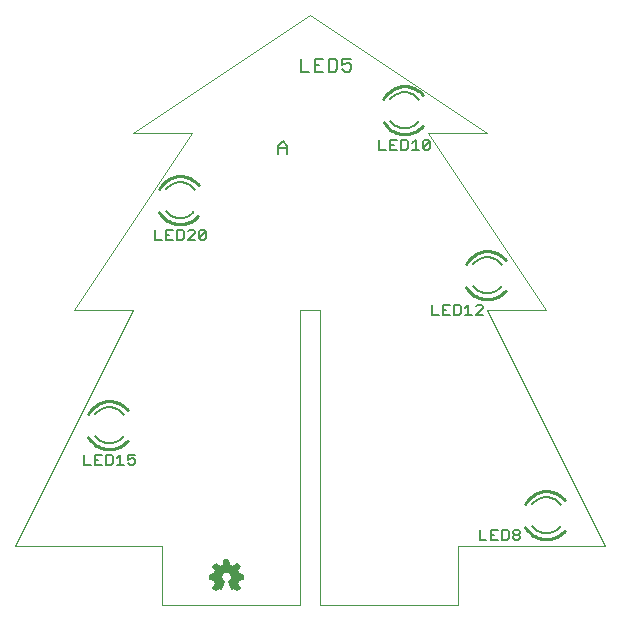
<source format=gto>
G75*
G70*
%OFA0B0*%
%FSLAX24Y24*%
%IPPOS*%
%LPD*%
%AMOC8*
5,1,8,0,0,1.08239X$1,22.5*
%
%ADD10C,0.0000*%
%ADD11C,0.0060*%
%ADD12C,0.0100*%
%ADD13C,0.0080*%
D10*
X000111Y002079D02*
X004048Y009953D01*
X002079Y009953D01*
X006016Y015859D01*
X004048Y015859D01*
X009953Y019796D01*
X015859Y015859D01*
X013890Y015859D01*
X017827Y009953D01*
X015859Y009953D01*
X019796Y002079D01*
X014890Y002079D01*
X014890Y000111D01*
X010288Y000111D01*
X010288Y009953D01*
X009619Y009953D01*
X009619Y000111D01*
X005016Y000111D01*
X005016Y002079D01*
X000111Y002079D01*
D11*
X002415Y004791D02*
X002642Y004791D01*
X002784Y004791D02*
X003011Y004791D01*
X003152Y004791D02*
X003322Y004791D01*
X003379Y004848D01*
X003379Y005074D01*
X003322Y005131D01*
X003152Y005131D01*
X003152Y004791D01*
X002897Y004961D02*
X002784Y004961D01*
X002784Y005131D02*
X002784Y004791D01*
X002784Y005131D02*
X003011Y005131D01*
X003520Y005018D02*
X003634Y005131D01*
X003634Y004791D01*
X003747Y004791D02*
X003520Y004791D01*
X003889Y004848D02*
X003945Y004791D01*
X004059Y004791D01*
X004116Y004848D01*
X004116Y004961D01*
X004059Y005018D01*
X004002Y005018D01*
X003889Y004961D01*
X003889Y005131D01*
X004116Y005131D01*
X003260Y005511D02*
X003215Y005513D01*
X003169Y005518D01*
X003125Y005526D01*
X003081Y005538D01*
X003038Y005554D01*
X002996Y005572D01*
X002956Y005594D01*
X002918Y005618D01*
X002882Y005645D01*
X002847Y005675D01*
X002816Y005708D01*
X002786Y005743D01*
X003260Y005511D02*
X003305Y005513D01*
X003351Y005518D01*
X003395Y005526D01*
X003439Y005538D01*
X003482Y005554D01*
X003524Y005572D01*
X003564Y005594D01*
X003602Y005618D01*
X003638Y005645D01*
X003673Y005675D01*
X003704Y005708D01*
X003734Y005743D01*
X003260Y006711D02*
X003214Y006709D01*
X003168Y006704D01*
X003122Y006695D01*
X003077Y006683D01*
X003034Y006667D01*
X002992Y006648D01*
X002951Y006625D01*
X002912Y006600D01*
X002876Y006572D01*
X002841Y006541D01*
X002809Y006507D01*
X002780Y006471D01*
X003260Y006711D02*
X003307Y006709D01*
X003355Y006703D01*
X003401Y006694D01*
X003447Y006681D01*
X003491Y006665D01*
X003535Y006645D01*
X003576Y006621D01*
X003615Y006595D01*
X003652Y006565D01*
X003687Y006532D01*
X003719Y006497D01*
X003748Y006460D01*
X002415Y005131D02*
X002415Y004791D01*
X006731Y001401D02*
X006821Y001491D01*
X006951Y001401D01*
X007071Y001451D01*
X007101Y001611D01*
X007231Y001611D01*
X007261Y001451D01*
X007381Y001401D01*
X007521Y001491D01*
X007611Y001401D01*
X007521Y001271D01*
X007571Y001151D01*
X007721Y001121D01*
X007721Y000991D01*
X007581Y000961D01*
X007521Y000831D01*
X007611Y000701D01*
X007521Y000611D01*
X007401Y000691D01*
X007341Y000661D01*
X007251Y000891D01*
X007311Y000861D02*
X007411Y001061D01*
X007311Y001211D01*
X007161Y001261D01*
X007011Y001211D01*
X006961Y001061D01*
X007011Y000911D01*
X007061Y000861D01*
X006961Y000711D01*
X006811Y000661D01*
X006761Y000711D01*
X006861Y000861D01*
X006761Y001011D01*
X006661Y001011D01*
X006661Y001111D01*
X006811Y001111D01*
X006861Y001261D01*
X006761Y001411D01*
X006811Y001461D01*
X006961Y001361D01*
X007111Y001461D01*
X007111Y001561D01*
X007211Y001561D01*
X007261Y001411D01*
X007411Y001361D01*
X007511Y001461D01*
X007561Y001411D01*
X007511Y001261D01*
X007561Y001111D01*
X007711Y001111D01*
X007661Y001011D01*
X007511Y000961D01*
X007511Y000811D01*
X007561Y000711D01*
X007511Y000661D01*
X007411Y000711D01*
X007361Y000711D01*
X007311Y000861D01*
X007316Y000872D02*
X007511Y000872D01*
X007511Y000930D02*
X007346Y000930D01*
X007375Y000989D02*
X007595Y000989D01*
X007679Y001048D02*
X007404Y001048D01*
X007381Y001106D02*
X007709Y001106D01*
X007543Y001165D02*
X007342Y001165D01*
X007274Y001223D02*
X007523Y001223D01*
X007518Y001282D02*
X006847Y001282D01*
X006821Y001271D02*
X006731Y001401D01*
X006769Y001399D02*
X006904Y001399D01*
X006816Y001457D02*
X006807Y001457D01*
X006808Y001340D02*
X007537Y001340D01*
X007557Y001399D02*
X007449Y001399D01*
X007507Y001457D02*
X007514Y001457D01*
X007297Y001399D02*
X007018Y001399D01*
X007106Y001457D02*
X007245Y001457D01*
X007226Y001516D02*
X007111Y001516D01*
X007048Y001223D02*
X006848Y001223D01*
X006821Y001271D02*
X006761Y001141D01*
X006611Y001121D01*
X006611Y000991D01*
X006761Y000961D01*
X006811Y000831D01*
X006731Y000701D01*
X006821Y000611D01*
X006941Y000691D01*
X006991Y000661D01*
X007091Y000891D01*
X007050Y000872D02*
X006854Y000872D01*
X006829Y000813D02*
X007029Y000813D01*
X006990Y000755D02*
X006790Y000755D01*
X006775Y000696D02*
X006917Y000696D01*
X007004Y000930D02*
X006814Y000930D01*
X006775Y000989D02*
X006985Y000989D01*
X006965Y001048D02*
X006661Y001048D01*
X006661Y001106D02*
X006976Y001106D01*
X006995Y001165D02*
X006829Y001165D01*
X007091Y000891D02*
X007069Y000904D01*
X007049Y000920D01*
X007031Y000939D01*
X007016Y000961D01*
X007005Y000984D01*
X006997Y001009D01*
X006993Y001034D01*
X006992Y001060D01*
X006995Y001086D01*
X007002Y001111D01*
X007013Y001134D01*
X007026Y001156D01*
X007043Y001176D01*
X007062Y001193D01*
X007084Y001208D01*
X007108Y001218D01*
X007132Y001226D01*
X007158Y001230D01*
X007184Y001230D01*
X007210Y001226D01*
X007234Y001218D01*
X007258Y001208D01*
X007280Y001193D01*
X007299Y001176D01*
X007316Y001156D01*
X007329Y001134D01*
X007340Y001111D01*
X007347Y001086D01*
X007350Y001060D01*
X007349Y001034D01*
X007345Y001009D01*
X007337Y000984D01*
X007326Y000961D01*
X007311Y000939D01*
X007293Y000920D01*
X007273Y000904D01*
X007251Y000891D01*
X007327Y000813D02*
X007511Y000813D01*
X007539Y000755D02*
X007346Y000755D01*
X007440Y000696D02*
X007546Y000696D01*
X015607Y002291D02*
X015834Y002291D01*
X015976Y002291D02*
X016203Y002291D01*
X016344Y002291D02*
X016514Y002291D01*
X016571Y002348D01*
X016571Y002574D01*
X016514Y002631D01*
X016344Y002631D01*
X016344Y002291D01*
X016712Y002348D02*
X016712Y002404D01*
X016769Y002461D01*
X016882Y002461D01*
X016939Y002404D01*
X016939Y002348D01*
X016882Y002291D01*
X016769Y002291D01*
X016712Y002348D01*
X016769Y002461D02*
X016712Y002518D01*
X016712Y002574D01*
X016769Y002631D01*
X016882Y002631D01*
X016939Y002574D01*
X016939Y002518D01*
X016882Y002461D01*
X016203Y002631D02*
X015976Y002631D01*
X015976Y002291D01*
X015976Y002461D02*
X016089Y002461D01*
X015607Y002631D02*
X015607Y002291D01*
X017353Y002743D02*
X017383Y002708D01*
X017414Y002675D01*
X017449Y002645D01*
X017485Y002618D01*
X017523Y002594D01*
X017563Y002572D01*
X017605Y002554D01*
X017648Y002538D01*
X017692Y002526D01*
X017736Y002518D01*
X017782Y002513D01*
X017827Y002511D01*
X017872Y002513D01*
X017918Y002518D01*
X017962Y002526D01*
X018006Y002538D01*
X018049Y002554D01*
X018091Y002572D01*
X018131Y002594D01*
X018169Y002618D01*
X018205Y002645D01*
X018240Y002675D01*
X018271Y002708D01*
X018301Y002743D01*
X017827Y003711D02*
X017781Y003709D01*
X017735Y003704D01*
X017689Y003695D01*
X017644Y003683D01*
X017601Y003667D01*
X017559Y003648D01*
X017518Y003625D01*
X017479Y003600D01*
X017443Y003572D01*
X017408Y003541D01*
X017376Y003507D01*
X017347Y003471D01*
X017827Y003711D02*
X017874Y003709D01*
X017922Y003703D01*
X017968Y003694D01*
X018014Y003681D01*
X018058Y003665D01*
X018102Y003645D01*
X018143Y003621D01*
X018182Y003595D01*
X018219Y003565D01*
X018254Y003532D01*
X018286Y003497D01*
X018315Y003460D01*
X015714Y009791D02*
X015487Y009791D01*
X015714Y010018D01*
X015714Y010074D01*
X015657Y010131D01*
X015544Y010131D01*
X015487Y010074D01*
X015232Y010131D02*
X015232Y009791D01*
X015119Y009791D02*
X015346Y009791D01*
X015119Y010018D02*
X015232Y010131D01*
X014977Y010074D02*
X014921Y010131D01*
X014751Y010131D01*
X014751Y009791D01*
X014921Y009791D01*
X014977Y009848D01*
X014977Y010074D01*
X014609Y010131D02*
X014382Y010131D01*
X014382Y009791D01*
X014609Y009791D01*
X014496Y009961D02*
X014382Y009961D01*
X014241Y009791D02*
X014014Y009791D01*
X014014Y010131D01*
X015385Y010743D02*
X015415Y010708D01*
X015446Y010675D01*
X015481Y010645D01*
X015517Y010618D01*
X015555Y010594D01*
X015595Y010572D01*
X015637Y010554D01*
X015680Y010538D01*
X015724Y010526D01*
X015768Y010518D01*
X015814Y010513D01*
X015859Y010511D01*
X015904Y010513D01*
X015950Y010518D01*
X015994Y010526D01*
X016038Y010538D01*
X016081Y010554D01*
X016123Y010572D01*
X016163Y010594D01*
X016201Y010618D01*
X016237Y010645D01*
X016272Y010675D01*
X016303Y010708D01*
X016333Y010743D01*
X015859Y011711D02*
X015813Y011709D01*
X015767Y011704D01*
X015721Y011695D01*
X015676Y011683D01*
X015633Y011667D01*
X015591Y011648D01*
X015550Y011625D01*
X015511Y011600D01*
X015475Y011572D01*
X015440Y011541D01*
X015408Y011507D01*
X015379Y011471D01*
X015859Y011711D02*
X015906Y011709D01*
X015954Y011703D01*
X016000Y011694D01*
X016046Y011681D01*
X016090Y011665D01*
X016134Y011645D01*
X016175Y011621D01*
X016214Y011595D01*
X016251Y011565D01*
X016286Y011532D01*
X016318Y011497D01*
X016347Y011460D01*
X013901Y015291D02*
X013788Y015291D01*
X013731Y015348D01*
X013958Y015574D01*
X013958Y015348D01*
X013901Y015291D01*
X013731Y015348D02*
X013731Y015574D01*
X013788Y015631D01*
X013901Y015631D01*
X013958Y015574D01*
X013590Y015291D02*
X013363Y015291D01*
X013476Y015291D02*
X013476Y015631D01*
X013363Y015518D01*
X013221Y015574D02*
X013221Y015348D01*
X013165Y015291D01*
X012995Y015291D01*
X012995Y015631D01*
X013165Y015631D01*
X013221Y015574D01*
X012853Y015631D02*
X012626Y015631D01*
X012626Y015291D01*
X012853Y015291D01*
X012740Y015461D02*
X012626Y015461D01*
X012485Y015291D02*
X012258Y015291D01*
X012258Y015631D01*
X012629Y016243D02*
X012659Y016208D01*
X012690Y016175D01*
X012725Y016145D01*
X012761Y016118D01*
X012799Y016094D01*
X012839Y016072D01*
X012881Y016054D01*
X012924Y016038D01*
X012968Y016026D01*
X013012Y016018D01*
X013058Y016013D01*
X013103Y016011D01*
X013148Y016013D01*
X013194Y016018D01*
X013238Y016026D01*
X013282Y016038D01*
X013325Y016054D01*
X013367Y016072D01*
X013407Y016094D01*
X013445Y016118D01*
X013481Y016145D01*
X013516Y016175D01*
X013547Y016208D01*
X013577Y016243D01*
X013103Y017211D02*
X013057Y017209D01*
X013011Y017204D01*
X012965Y017195D01*
X012920Y017183D01*
X012877Y017167D01*
X012835Y017148D01*
X012794Y017125D01*
X012755Y017100D01*
X012719Y017072D01*
X012684Y017041D01*
X012652Y017007D01*
X012623Y016971D01*
X013103Y017211D02*
X013150Y017209D01*
X013198Y017203D01*
X013244Y017194D01*
X013290Y017181D01*
X013334Y017165D01*
X013378Y017145D01*
X013419Y017121D01*
X013458Y017095D01*
X013495Y017065D01*
X013530Y017032D01*
X013562Y016997D01*
X013591Y016960D01*
X006478Y012574D02*
X006478Y012348D01*
X006421Y012291D01*
X006308Y012291D01*
X006251Y012348D01*
X006478Y012574D01*
X006421Y012631D01*
X006308Y012631D01*
X006251Y012574D01*
X006251Y012348D01*
X006109Y012291D02*
X005883Y012291D01*
X006109Y012518D01*
X006109Y012574D01*
X006053Y012631D01*
X005939Y012631D01*
X005883Y012574D01*
X005741Y012574D02*
X005741Y012348D01*
X005684Y012291D01*
X005514Y012291D01*
X005514Y012631D01*
X005684Y012631D01*
X005741Y012574D01*
X005373Y012631D02*
X005146Y012631D01*
X005146Y012291D01*
X005373Y012291D01*
X005259Y012461D02*
X005146Y012461D01*
X005005Y012291D02*
X004778Y012291D01*
X004778Y012631D01*
X005149Y013243D02*
X005179Y013208D01*
X005210Y013175D01*
X005245Y013145D01*
X005281Y013118D01*
X005319Y013094D01*
X005359Y013072D01*
X005401Y013054D01*
X005444Y013038D01*
X005488Y013026D01*
X005532Y013018D01*
X005578Y013013D01*
X005623Y013011D01*
X005668Y013013D01*
X005714Y013018D01*
X005758Y013026D01*
X005802Y013038D01*
X005845Y013054D01*
X005887Y013072D01*
X005927Y013094D01*
X005965Y013118D01*
X006001Y013145D01*
X006036Y013175D01*
X006067Y013208D01*
X006097Y013243D01*
X005623Y014211D02*
X005577Y014209D01*
X005531Y014204D01*
X005485Y014195D01*
X005440Y014183D01*
X005397Y014167D01*
X005355Y014148D01*
X005314Y014125D01*
X005275Y014100D01*
X005239Y014072D01*
X005204Y014041D01*
X005172Y014007D01*
X005143Y013971D01*
X005623Y014211D02*
X005670Y014209D01*
X005718Y014203D01*
X005764Y014194D01*
X005810Y014181D01*
X005854Y014165D01*
X005898Y014145D01*
X005939Y014121D01*
X005978Y014095D01*
X006015Y014065D01*
X006050Y014032D01*
X006082Y013997D01*
X006111Y013960D01*
D12*
X005623Y014411D02*
X005569Y014409D01*
X005515Y014404D01*
X005462Y014395D01*
X005409Y014382D01*
X005358Y014366D01*
X005308Y014346D01*
X005259Y014323D01*
X005211Y014297D01*
X005166Y014268D01*
X005123Y014235D01*
X005082Y014200D01*
X005043Y014162D01*
X005007Y014122D01*
X004974Y014079D01*
X004944Y014034D01*
X004917Y013987D01*
X004928Y013214D02*
X004958Y013166D01*
X004991Y013121D01*
X005027Y013078D01*
X005065Y013037D01*
X005107Y013000D01*
X005151Y012965D01*
X005197Y012934D01*
X005246Y012905D01*
X005296Y012881D01*
X005348Y012860D01*
X005402Y012842D01*
X005456Y012829D01*
X005511Y012819D01*
X005567Y012813D01*
X005623Y012811D01*
X005676Y012813D01*
X005730Y012818D01*
X005782Y012827D01*
X005834Y012839D01*
X005885Y012855D01*
X005935Y012874D01*
X005984Y012897D01*
X006031Y012923D01*
X006076Y012951D01*
X006119Y012983D01*
X006159Y013017D01*
X006198Y013055D01*
X006234Y013094D01*
X006238Y014123D02*
X006202Y014163D01*
X006163Y014201D01*
X006122Y014236D01*
X006079Y014268D01*
X006034Y014298D01*
X005987Y014324D01*
X005938Y014346D01*
X005887Y014366D01*
X005836Y014382D01*
X005784Y014395D01*
X005730Y014404D01*
X005677Y014409D01*
X005623Y014411D01*
X012408Y016214D02*
X012438Y016166D01*
X012471Y016121D01*
X012507Y016078D01*
X012545Y016037D01*
X012587Y016000D01*
X012631Y015965D01*
X012677Y015934D01*
X012726Y015905D01*
X012776Y015881D01*
X012828Y015860D01*
X012882Y015842D01*
X012936Y015829D01*
X012991Y015819D01*
X013047Y015813D01*
X013103Y015811D01*
X013156Y015813D01*
X013210Y015818D01*
X013262Y015827D01*
X013314Y015839D01*
X013365Y015855D01*
X013415Y015874D01*
X013464Y015897D01*
X013511Y015923D01*
X013556Y015951D01*
X013599Y015983D01*
X013639Y016017D01*
X013678Y016055D01*
X013714Y016094D01*
X013103Y017411D02*
X013049Y017409D01*
X012995Y017404D01*
X012942Y017395D01*
X012889Y017382D01*
X012838Y017366D01*
X012788Y017346D01*
X012739Y017323D01*
X012691Y017297D01*
X012646Y017268D01*
X012603Y017235D01*
X012562Y017200D01*
X012523Y017162D01*
X012487Y017122D01*
X012454Y017079D01*
X012424Y017034D01*
X012397Y016987D01*
X013103Y017411D02*
X013157Y017409D01*
X013210Y017404D01*
X013264Y017395D01*
X013316Y017382D01*
X013367Y017366D01*
X013418Y017346D01*
X013467Y017324D01*
X013514Y017298D01*
X013559Y017268D01*
X013602Y017236D01*
X013643Y017201D01*
X013682Y017163D01*
X013718Y017123D01*
X015164Y010714D02*
X015194Y010666D01*
X015227Y010621D01*
X015263Y010578D01*
X015301Y010537D01*
X015343Y010500D01*
X015387Y010465D01*
X015433Y010434D01*
X015482Y010405D01*
X015532Y010381D01*
X015584Y010360D01*
X015638Y010342D01*
X015692Y010329D01*
X015747Y010319D01*
X015803Y010313D01*
X015859Y010311D01*
X015912Y010313D01*
X015966Y010318D01*
X016018Y010327D01*
X016070Y010339D01*
X016121Y010355D01*
X016171Y010374D01*
X016220Y010397D01*
X016267Y010423D01*
X016312Y010451D01*
X016355Y010483D01*
X016395Y010517D01*
X016434Y010555D01*
X016470Y010594D01*
X015859Y011911D02*
X015805Y011909D01*
X015751Y011904D01*
X015698Y011895D01*
X015645Y011882D01*
X015594Y011866D01*
X015544Y011846D01*
X015495Y011823D01*
X015447Y011797D01*
X015402Y011768D01*
X015359Y011735D01*
X015318Y011700D01*
X015279Y011662D01*
X015243Y011622D01*
X015210Y011579D01*
X015180Y011534D01*
X015153Y011487D01*
X015859Y011911D02*
X015913Y011909D01*
X015966Y011904D01*
X016020Y011895D01*
X016072Y011882D01*
X016123Y011866D01*
X016174Y011846D01*
X016223Y011824D01*
X016270Y011798D01*
X016315Y011768D01*
X016358Y011736D01*
X016399Y011701D01*
X016438Y011663D01*
X016474Y011623D01*
X017132Y002714D02*
X017162Y002666D01*
X017195Y002621D01*
X017231Y002578D01*
X017269Y002537D01*
X017311Y002500D01*
X017355Y002465D01*
X017401Y002434D01*
X017450Y002405D01*
X017500Y002381D01*
X017552Y002360D01*
X017606Y002342D01*
X017660Y002329D01*
X017715Y002319D01*
X017771Y002313D01*
X017827Y002311D01*
X017880Y002313D01*
X017934Y002318D01*
X017986Y002327D01*
X018038Y002339D01*
X018089Y002355D01*
X018139Y002374D01*
X018188Y002397D01*
X018235Y002423D01*
X018280Y002451D01*
X018323Y002483D01*
X018363Y002517D01*
X018402Y002555D01*
X018438Y002594D01*
X017827Y003911D02*
X017773Y003909D01*
X017719Y003904D01*
X017666Y003895D01*
X017613Y003882D01*
X017562Y003866D01*
X017512Y003846D01*
X017463Y003823D01*
X017415Y003797D01*
X017370Y003768D01*
X017327Y003735D01*
X017286Y003700D01*
X017247Y003662D01*
X017211Y003622D01*
X017178Y003579D01*
X017148Y003534D01*
X017121Y003487D01*
X017827Y003911D02*
X017881Y003909D01*
X017934Y003904D01*
X017988Y003895D01*
X018040Y003882D01*
X018091Y003866D01*
X018142Y003846D01*
X018191Y003824D01*
X018238Y003798D01*
X018283Y003768D01*
X018326Y003736D01*
X018367Y003701D01*
X018406Y003663D01*
X018442Y003623D01*
X003261Y006911D02*
X003207Y006909D01*
X003153Y006904D01*
X003100Y006895D01*
X003047Y006882D01*
X002996Y006866D01*
X002946Y006846D01*
X002897Y006823D01*
X002849Y006797D01*
X002804Y006768D01*
X002761Y006735D01*
X002720Y006700D01*
X002681Y006662D01*
X002645Y006622D01*
X002612Y006579D01*
X002582Y006534D01*
X002555Y006487D01*
X002565Y005714D02*
X002595Y005666D01*
X002628Y005621D01*
X002664Y005578D01*
X002702Y005537D01*
X002744Y005500D01*
X002788Y005465D01*
X002834Y005434D01*
X002883Y005405D01*
X002933Y005381D01*
X002985Y005360D01*
X003039Y005342D01*
X003093Y005329D01*
X003148Y005319D01*
X003204Y005313D01*
X003260Y005311D01*
X003313Y005313D01*
X003367Y005318D01*
X003419Y005327D01*
X003471Y005339D01*
X003522Y005355D01*
X003572Y005374D01*
X003621Y005397D01*
X003668Y005423D01*
X003713Y005451D01*
X003756Y005483D01*
X003796Y005517D01*
X003835Y005555D01*
X003871Y005594D01*
X003875Y006623D02*
X003839Y006663D01*
X003800Y006701D01*
X003759Y006736D01*
X003716Y006768D01*
X003671Y006798D01*
X003624Y006824D01*
X003575Y006846D01*
X003524Y006866D01*
X003473Y006882D01*
X003421Y006895D01*
X003367Y006904D01*
X003314Y006909D01*
X003260Y006911D01*
D13*
X008901Y015151D02*
X008901Y015431D01*
X009041Y015571D01*
X009181Y015431D01*
X009181Y015151D01*
X009181Y015361D02*
X008901Y015361D01*
X009651Y017901D02*
X009931Y017901D01*
X010111Y017901D02*
X010391Y017901D01*
X010572Y017901D02*
X010782Y017901D01*
X010852Y017971D01*
X010852Y018251D01*
X010782Y018321D01*
X010572Y018321D01*
X010572Y017901D01*
X010251Y018111D02*
X010111Y018111D01*
X010111Y018321D02*
X010111Y017901D01*
X010111Y018321D02*
X010391Y018321D01*
X011032Y018321D02*
X011032Y018111D01*
X011172Y018181D01*
X011242Y018181D01*
X011312Y018111D01*
X011312Y017971D01*
X011242Y017901D01*
X011102Y017901D01*
X011032Y017971D01*
X011032Y018321D02*
X011312Y018321D01*
X009651Y018321D02*
X009651Y017901D01*
M02*

</source>
